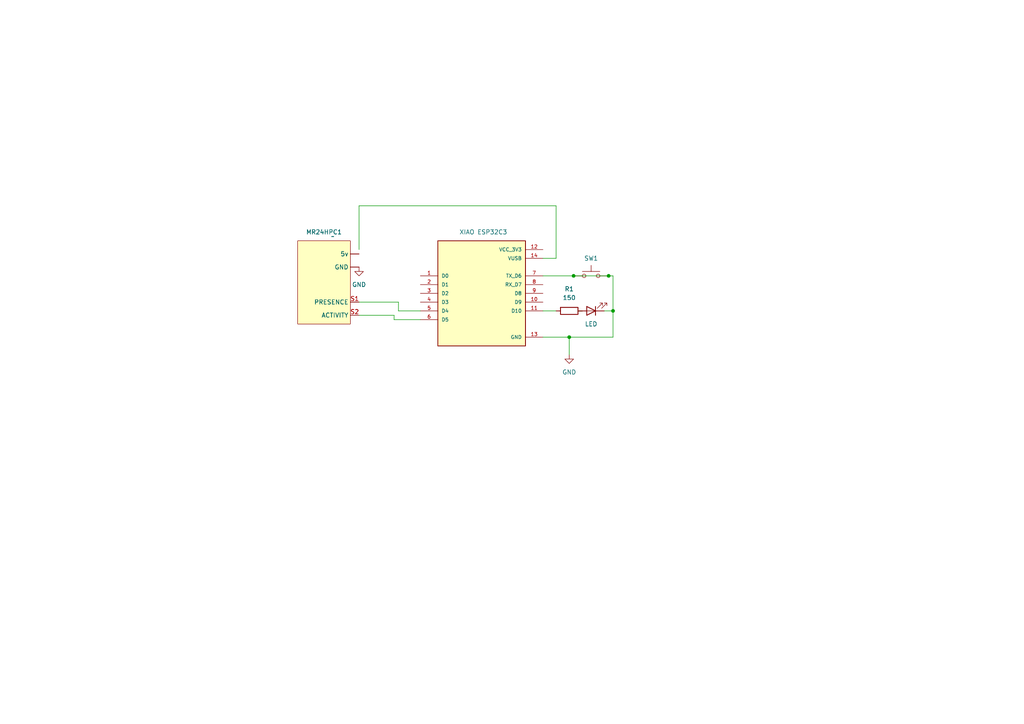
<source format=kicad_sch>
(kicad_sch (version 20230121) (generator eeschema)
  (paper "A4")
  (lib_symbols
    (symbol "Device:LED" (pin_numbers hide) (pin_names (offset 1.016) hide)
      (property "Reference" "D" (at 0 2.54 0))
      (property "Value" "LED" (at 0 -2.54 0))
      (symbol "LED_0_1"
        (polyline (pts (xy -1.27 -1.27) (xy -1.27 1.27)) (stroke (width 0.254)))
        (polyline (pts (xy -1.27 0) (xy 1.27 0)))
        (polyline (pts (xy 1.27 -1.27) (xy 1.27 1.27) (xy -1.27 0) (xy 1.27 -1.27)) (stroke (width 0.254)))
        (polyline (pts (xy -3.048 -0.762) (xy -4.572 -2.286) (xy -3.81 -2.286) (xy -4.572 -2.286) (xy -4.572 -1.524)))
        (polyline (pts (xy -1.778 -0.762) (xy -3.302 -2.286) (xy -2.54 -2.286) (xy -3.302 -2.286) (xy -3.302 -1.524)))
      )
      (symbol "LED_1_1"
        (pin passive line (at -3.81 0 0) (length 2.54) (name "K") (number "1"))
        (pin passive line (at 3.81 0 180) (length 2.54) (name "A") (number "2"))
      )
    )
    (symbol "Device:R" (pin_numbers hide) (pin_names (offset 0))
      (property "Reference" "R" (at 2.032 0 90))
      (property "Value" "R" (at 0 0 90))
      (symbol "R_0_1"
        (rectangle (start -1.016 -2.54) (end 1.016 2.54) (stroke (width 0.254)))
      )
      (symbol "R_1_1"
        (pin passive line (at 0 3.81 270) (length 1.27) (name "~") (number "1"))
        (pin passive line (at 0 -3.81 90) (length 1.27) (name "~") (number "2"))
      )
    )
    (symbol "PartsLibrary:MR24HPC1"
      (property "Reference" "MR24HPC1" (at 0 13.97 0))
      (symbol "MR24HPC1_1_1"
        (rectangle (start -7.62 11.43) (end 7.62 -12.7) (fill (type background)))
        (pin power_out line (at 10.16 7.62 180) (length 2.54) (name "5v") (number ""))
        (pin power_out line (at 10.16 3.81 180) (length 2.54) (name "GND") (number ""))
        (pin output line (at 10.16 -6.35 180) (length 2.54) (name "PRESENCE") (number "S1"))
        (pin output line (at 10.16 -10.16 180) (length 2.54) (name "ACTIVITY") (number "S2"))
      )
    )
    (symbol "SeeedStudioXIAOESP32C3:113991054" (pin_names (offset 1.016))
      (property "Reference" "U" (at -12.7 16.002 0))
      (property "Value" "113991054" (at -12.7 -17.78 0))
      (symbol "113991054_0_0"
        (rectangle (start -12.7 -15.24) (end 12.7 15.24) (stroke (width 0.254)) (fill (type background)))
        (pin bidirectional line (at -17.78 5.08 0) (length 5.08) (name "D0") (number "1"))
        (pin bidirectional line (at 17.78 -2.54 180) (length 5.08) (name "D9") (number "10"))
        (pin bidirectional line (at 17.78 -5.08 180) (length 5.08) (name "D10") (number "11"))
        (pin power_in line (at 17.78 12.7 180) (length 5.08) (name "VCC_3V3") (number "12"))
        (pin power_in line (at 17.78 -12.7 180) (length 5.08) (name "GND") (number "13"))
        (pin power_in line (at 17.78 10.16 180) (length 5.08) (name "VUSB") (number "14"))
        (pin bidirectional line (at -17.78 2.54 0) (length 5.08) (name "D1") (number "2"))
        (pin bidirectional line (at -17.78 0 0) (length 5.08) (name "D2") (number "3"))
        (pin bidirectional line (at -17.78 -2.54 0) (length 5.08) (name "D3") (number "4"))
        (pin bidirectional line (at -17.78 -5.08 0) (length 5.08) (name "D4") (number "5"))
        (pin bidirectional line (at -17.78 -7.62 0) (length 5.08) (name "D5") (number "6"))
        (pin bidirectional line (at 17.78 5.08 180) (length 5.08) (name "TX_D6") (number "7"))
        (pin bidirectional line (at 17.78 2.54 180) (length 5.08) (name "RX_D7") (number "8"))
        (pin bidirectional line (at 17.78 0 180) (length 5.08) (name "D8") (number "9"))
      )
    )
    (symbol "Switch:SW_Push" (pin_numbers hide) (pin_names (offset 1.016) hide)
      (property "Reference" "SW" (at 1.27 2.54 0))
      (property "Value" "SW_Push" (at 0 -1.524 0))
      (symbol "SW_Push_0_1"
        (circle (center -2.032 0) (radius 0.508))
        (polyline (pts (xy 0 1.27) (xy 0 3.048)))
        (polyline (pts (xy 2.54 1.27) (xy -2.54 1.27)))
        (circle (center 2.032 0) (radius 0.508))
        (pin passive line (at -5.08 0 0) (length 2.54) (name "1") (number "1"))
        (pin passive line (at 5.08 0 180) (length 2.54) (name "2") (number "2"))
      )
    )
    (symbol "power:GND" (power) (pin_names (offset 0))
      (property "Value" "GND" (at 0 -3.81 0))
      (symbol "GND_0_1"
        (polyline (pts (xy 0 0) (xy 0 -1.27) (xy 1.27 -1.27) (xy 0 -2.54) (xy -1.27 -1.27) (xy 0 -1.27)))
      )
      (symbol "GND_1_1"
        (pin power_in line (at 0 0 270) (length 0) hide (name "GND") (number "1"))
      )
    )
  )
  (junction (at 165.1 97.79))
  (junction (at 176.53 80.01))
  (junction (at 166.37 80.01))
  (junction (at 177.8 90.17))
  (wire (pts (xy 104.14 91.44) (xy 114.3 91.44)))
  (wire (pts (xy 114.3 92.71) (xy 121.92 92.71)))
  (wire (pts (xy 177.8 80.01) (xy 177.8 90.17)))
  (wire (pts (xy 114.3 91.44) (xy 114.3 92.71)))
  (wire (pts (xy 161.29 59.69) (xy 161.29 74.93)))
  (wire (pts (xy 104.14 72.39) (xy 104.14 59.69)))
  (wire (pts (xy 157.48 90.17) (xy 161.29 90.17)))
  (wire (pts (xy 165.1 97.79) (xy 177.8 97.79)))
  (wire (pts (xy 177.8 90.17) (xy 177.8 97.79)))
  (wire (pts (xy 165.1 97.79) (xy 165.1 102.87)))
  (wire (pts (xy 157.48 74.93) (xy 161.29 74.93)))
  (wire (pts (xy 177.8 90.17) (xy 175.26 90.17)))
  (wire (pts (xy 176.53 80.01) (xy 177.8 80.01)))
  (wire (pts (xy 104.14 59.69) (xy 161.29 59.69)))
  (wire (pts (xy 104.14 87.63) (xy 115.57 87.63)))
  (wire (pts (xy 157.48 97.79) (xy 165.1 97.79)))
  (wire (pts (xy 115.57 90.17) (xy 121.92 90.17)))
  (wire (pts (xy 115.57 87.63) (xy 115.57 90.17)))
  (wire (pts (xy 166.37 80.01) (xy 176.53 80.01)))
  (wire (pts (xy 167.64 90.17) (xy 168.91 90.17)))
  (wire (pts (xy 166.37 80.01) (xy 157.48 80.01)))
  (symbol (lib_id "SeeedStudioXIAOESP32C3:113991054") (at 139.7 85.09 0) (unit 1)
    (property "Reference" "U1" (effects hide))
    (property "Value" " XIAO ESP32C3" (at 139.7 67.31 0))
    (property "Footprint" "113991054:MODULE_113991054" (effects hide))
    (property "MF" "Seeed Technology Co., Ltd" (effects hide))
    (property "MAXIMUM_PACKAGE_HEIGHT" "N/A" (effects hide))
    (property "Package" "None" (effects hide))
    (property "Price" "None" (effects hide))
    (property "Check_prices" "https://www.snapeda.com/parts/113991054/Seeed+Technology+Co.%252C+Ltd/view-part/?ref=eda" (effects hide))
    (property "STANDARD" "Manufacturer Recommendations" (effects hide))
    (property "PARTREV" "23/05/2022" (effects hide))
    (property "SnapEDA_Link" "https://www.snapeda.com/parts/113991054/Seeed+Technology+Co.%252C+Ltd/view-part/?ref=snap" (effects hide))
    (property "MP" "113991054" (effects hide))
    (property "Purchase-URL" "https://www.snapeda.com/api/url_track_click_mouser/?unipart_id=12200757&manufacturer=Seeed Technology Co., Ltd&part_name=113991054&search_term=seeed studio xiao esp32c3" (effects hide))
    (property "Description" "\n- ESP32-C3 Transceiver; 802.11 a/b/g/n (Wi-Fi, WiFi, WLAN), Bluetooth® Smart 4.x Low Energy (BLE) 2.4GHz Evaluation Board\n" (effects hide))
    (property "SNAPEDA_PN" "113991054" (effects hide))
    (property "Availability" "In Stock" (effects hide))
    (property "MANUFACTURER" "Seeed Technology" (effects hide))
  )
  (symbol (lib_id "power:GND") (at 165.1 102.87 0) (unit 1)
    (property "Reference" "#PWR01" (effects hide))
    (property "Value" "GND" (at 165.1 107.95 0))
  )
  (symbol (lib_id "Device:LED") (at 171.45 90.17 180) (unit 1)
    (property "Reference" "D1" (effects hide))
    (property "Value" "LED" (at 171.45 93.98 0))
  )
  (symbol (lib_id "power:GND") (at 104.14 77.47 0) (unit 1)
    (property "Reference" "#PWR02" (effects hide))
    (property "Value" "GND" (at 104.14 82.55 0))
  )
  (symbol (lib_id "PartsLibrary:MR24HPC1") (at 93.98 81.28 0) (unit 1)
    (property "Reference" "MR24HPC1" (at 93.98 67.31 0))
    (property "Value" "~" (at 96.52 68.58 0))
  )
  (symbol (lib_id "Device:R") (at 165.1 90.17 90) (unit 1)
    (property "Reference" "R1" (at 165.1 83.82 90))
    (property "Value" "150" (at 165.1 86.36 90))
  )
  (symbol (lib_id "Switch:SW_Push") (at 171.45 80.01 0) (unit 1)
    (property "Reference" "SW1" (at 171.45 74.93 0))
    (property "Value" "SW_Push" (effects hide))
  )
)
</source>
